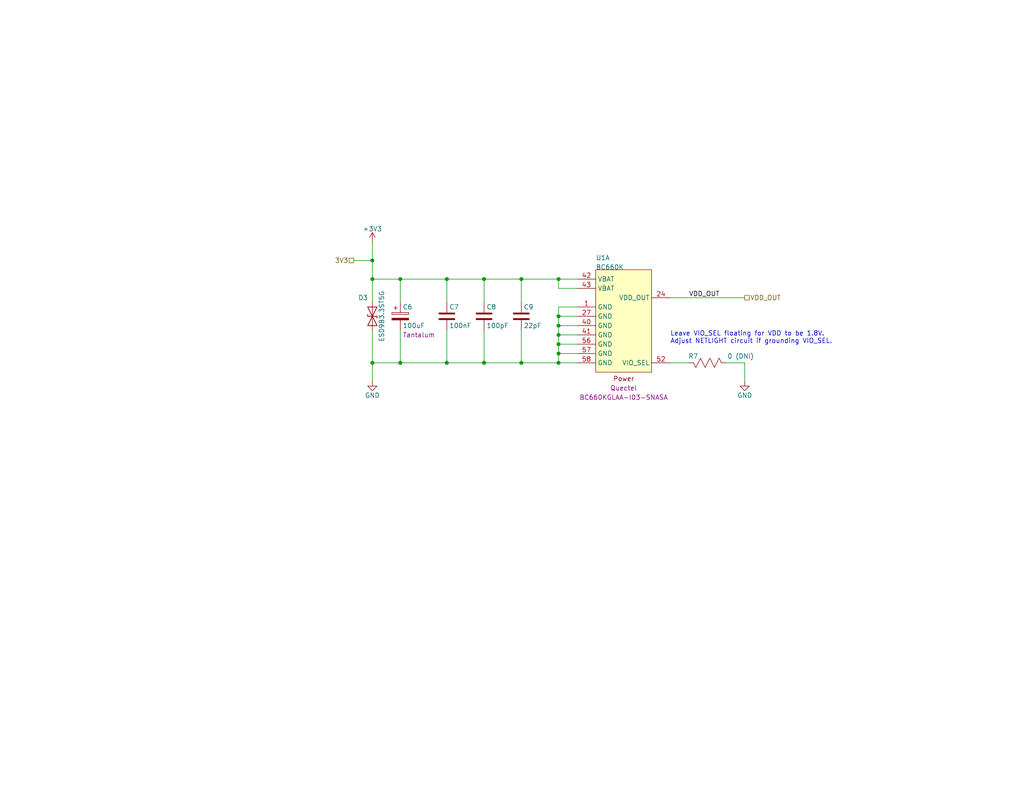
<source format=kicad_sch>
(kicad_sch (version 20211123) (generator eeschema)

  (uuid 77bfbeab-2c22-4bcd-859a-520f76075862)

  (paper "USLetter")

  (title_block
    (title "BC660K Breakout Board (Power Supply)")
    (date "2022-10-31")
    (rev "X01")
    (company "By AxioPaladin")
    (comment 1 "CERN-OHL-W")
  )

  (lib_symbols
    (symbol "Device:C" (pin_numbers hide) (pin_names (offset 0.254)) (in_bom yes) (on_board yes)
      (property "Reference" "C" (id 0) (at 0.635 2.54 0)
        (effects (font (size 1.27 1.27)) (justify left))
      )
      (property "Value" "C" (id 1) (at 0.635 -2.54 0)
        (effects (font (size 1.27 1.27)) (justify left))
      )
      (property "Footprint" "" (id 2) (at 0.9652 -3.81 0)
        (effects (font (size 1.27 1.27)) hide)
      )
      (property "Datasheet" "~" (id 3) (at 0 0 0)
        (effects (font (size 1.27 1.27)) hide)
      )
      (property "ki_keywords" "cap capacitor" (id 4) (at 0 0 0)
        (effects (font (size 1.27 1.27)) hide)
      )
      (property "ki_description" "Unpolarized capacitor" (id 5) (at 0 0 0)
        (effects (font (size 1.27 1.27)) hide)
      )
      (property "ki_fp_filters" "C_*" (id 6) (at 0 0 0)
        (effects (font (size 1.27 1.27)) hide)
      )
      (symbol "C_0_1"
        (polyline
          (pts
            (xy -2.032 -0.762)
            (xy 2.032 -0.762)
          )
          (stroke (width 0.508) (type default) (color 0 0 0 0))
          (fill (type none))
        )
        (polyline
          (pts
            (xy -2.032 0.762)
            (xy 2.032 0.762)
          )
          (stroke (width 0.508) (type default) (color 0 0 0 0))
          (fill (type none))
        )
      )
      (symbol "C_1_1"
        (pin passive line (at 0 3.81 270) (length 2.794)
          (name "~" (effects (font (size 1.27 1.27))))
          (number "1" (effects (font (size 1.27 1.27))))
        )
        (pin passive line (at 0 -3.81 90) (length 2.794)
          (name "~" (effects (font (size 1.27 1.27))))
          (number "2" (effects (font (size 1.27 1.27))))
        )
      )
    )
    (symbol "Device:C_Polarized" (pin_numbers hide) (pin_names (offset 0.254)) (in_bom yes) (on_board yes)
      (property "Reference" "C" (id 0) (at 0.635 2.54 0)
        (effects (font (size 1.27 1.27)) (justify left))
      )
      (property "Value" "C_Polarized" (id 1) (at 0.635 -2.54 0)
        (effects (font (size 1.27 1.27)) (justify left))
      )
      (property "Footprint" "" (id 2) (at 0.9652 -3.81 0)
        (effects (font (size 1.27 1.27)) hide)
      )
      (property "Datasheet" "~" (id 3) (at 0 0 0)
        (effects (font (size 1.27 1.27)) hide)
      )
      (property "ki_keywords" "cap capacitor" (id 4) (at 0 0 0)
        (effects (font (size 1.27 1.27)) hide)
      )
      (property "ki_description" "Polarized capacitor" (id 5) (at 0 0 0)
        (effects (font (size 1.27 1.27)) hide)
      )
      (property "ki_fp_filters" "CP_*" (id 6) (at 0 0 0)
        (effects (font (size 1.27 1.27)) hide)
      )
      (symbol "C_Polarized_0_1"
        (rectangle (start -2.286 0.508) (end 2.286 1.016)
          (stroke (width 0) (type default) (color 0 0 0 0))
          (fill (type none))
        )
        (polyline
          (pts
            (xy -1.778 2.286)
            (xy -0.762 2.286)
          )
          (stroke (width 0) (type default) (color 0 0 0 0))
          (fill (type none))
        )
        (polyline
          (pts
            (xy -1.27 2.794)
            (xy -1.27 1.778)
          )
          (stroke (width 0) (type default) (color 0 0 0 0))
          (fill (type none))
        )
        (rectangle (start 2.286 -0.508) (end -2.286 -1.016)
          (stroke (width 0) (type default) (color 0 0 0 0))
          (fill (type outline))
        )
      )
      (symbol "C_Polarized_1_1"
        (pin passive line (at 0 3.81 270) (length 2.794)
          (name "~" (effects (font (size 1.27 1.27))))
          (number "1" (effects (font (size 1.27 1.27))))
        )
        (pin passive line (at 0 -3.81 90) (length 2.794)
          (name "~" (effects (font (size 1.27 1.27))))
          (number "2" (effects (font (size 1.27 1.27))))
        )
      )
    )
    (symbol "Device:R" (pin_numbers hide) (pin_names (offset 0)) (in_bom yes) (on_board yes)
      (property "Reference" "R?" (id 0) (at 2.54 3.81 0)
        (effects (font (size 1.27 1.27)))
      )
      (property "Value" "R" (id 1) (at 2.54 1.27 0)
        (effects (font (size 1.27 1.27)))
      )
      (property "Footprint" "" (id 2) (at -1.778 0 90)
        (effects (font (size 1.27 1.27)) hide)
      )
      (property "Datasheet" "~" (id 3) (at 0 0 0)
        (effects (font (size 1.27 1.27)) hide)
      )
      (property "ki_keywords" "R res resistor" (id 4) (at 0 0 0)
        (effects (font (size 1.27 1.27)) hide)
      )
      (property "ki_description" "Resistor" (id 5) (at 0 0 0)
        (effects (font (size 1.27 1.27)) hide)
      )
      (property "ki_fp_filters" "R_*" (id 6) (at 0 0 0)
        (effects (font (size 1.27 1.27)) hide)
      )
      (symbol "R_0_1"
        (rectangle (start -1.016 3.81) (end 1.016 -3.81)
          (stroke (width 0.254) (type default) (color 0 0 0 0))
          (fill (type none))
        )
      )
      (symbol "R_0_2"
        (polyline
          (pts
            (xy 0 3.81)
            (xy -1.27 3.175)
            (xy 1.27 1.905)
            (xy -1.27 0.635)
            (xy 1.27 -0.635)
            (xy -1.27 -1.905)
            (xy 1.27 -3.175)
            (xy 0 -3.81)
          )
          (stroke (width 0) (type default) (color 0 0 0 0))
          (fill (type none))
        )
      )
      (symbol "R_1_1"
        (pin passive line (at 0 5.08 270) (length 1.27)
          (name "~" (effects (font (size 1.27 1.27))))
          (number "1" (effects (font (size 1.27 1.27))))
        )
        (pin passive line (at 0 -5.08 90) (length 1.27)
          (name "~" (effects (font (size 1.27 1.27))))
          (number "2" (effects (font (size 1.27 1.27))))
        )
      )
      (symbol "R_1_2"
        (pin passive line (at 0 5.08 270) (length 1.27)
          (name "~" (effects (font (size 1.27 1.27))))
          (number "1" (effects (font (size 1.27 1.27))))
        )
        (pin passive line (at 0 -5.08 90) (length 1.27)
          (name "~" (effects (font (size 1.27 1.27))))
          (number "2" (effects (font (size 1.27 1.27))))
        )
      )
    )
    (symbol "Diode:ESD9B3.3ST5G" (pin_numbers hide) (pin_names (offset 1.016) hide) (in_bom yes) (on_board yes)
      (property "Reference" "D" (id 0) (at 0 2.54 0)
        (effects (font (size 1.27 1.27)))
      )
      (property "Value" "ESD9B3.3ST5G" (id 1) (at 0 -2.54 0)
        (effects (font (size 1.27 1.27)))
      )
      (property "Footprint" "Diode_SMD:D_SOD-923" (id 2) (at 0 0 0)
        (effects (font (size 1.27 1.27)) hide)
      )
      (property "Datasheet" "https://www.onsemi.com/pub/Collateral/ESD9B-D.PDF" (id 3) (at 0 0 0)
        (effects (font (size 1.27 1.27)) hide)
      )
      (property "ki_keywords" "diode TVS ESD" (id 4) (at 0 0 0)
        (effects (font (size 1.27 1.27)) hide)
      )
      (property "ki_description" "ESD protection diode, 3.3Vrwm, SOD-923" (id 5) (at 0 0 0)
        (effects (font (size 1.27 1.27)) hide)
      )
      (property "ki_fp_filters" "D*SOD?923*" (id 6) (at 0 0 0)
        (effects (font (size 1.27 1.27)) hide)
      )
      (symbol "ESD9B3.3ST5G_0_1"
        (polyline
          (pts
            (xy 1.27 0)
            (xy -1.27 0)
          )
          (stroke (width 0) (type default) (color 0 0 0 0))
          (fill (type none))
        )
        (polyline
          (pts
            (xy -2.54 -1.27)
            (xy 0 0)
            (xy -2.54 1.27)
            (xy -2.54 -1.27)
          )
          (stroke (width 0.2032) (type default) (color 0 0 0 0))
          (fill (type none))
        )
        (polyline
          (pts
            (xy 0.508 1.27)
            (xy 0 1.27)
            (xy 0 -1.27)
            (xy -0.508 -1.27)
          )
          (stroke (width 0.2032) (type default) (color 0 0 0 0))
          (fill (type none))
        )
        (polyline
          (pts
            (xy 2.54 1.27)
            (xy 2.54 -1.27)
            (xy 0 0)
            (xy 2.54 1.27)
          )
          (stroke (width 0.2032) (type default) (color 0 0 0 0))
          (fill (type none))
        )
      )
      (symbol "ESD9B3.3ST5G_1_1"
        (pin passive line (at -3.81 0 0) (length 2.54)
          (name "A1" (effects (font (size 1.27 1.27))))
          (number "1" (effects (font (size 1.27 1.27))))
        )
        (pin passive line (at 3.81 0 180) (length 2.54)
          (name "A2" (effects (font (size 1.27 1.27))))
          (number "2" (effects (font (size 1.27 1.27))))
        )
      )
    )
    (symbol "RF_Cellular:BC660K" (in_bom yes) (on_board yes)
      (property "Reference" "U?" (id 0) (at 5.08 2.54 0)
        (effects (font (size 1.27 1.27)) (justify left bottom))
      )
      (property "Value" "BC660K" (id 1) (at 5.08 0 0)
        (effects (font (size 1.27 1.27)) (justify left bottom))
      )
      (property "Footprint" "" (id 2) (at 0 0 0)
        (effects (font (size 1.27 1.27)) hide)
      )
      (property "Datasheet" "https://www.quectel.com/product/lpwa-bc660k-gl-nb2" (id 3) (at -2.54 -17.78 90)
        (effects (font (size 1.27 1.27)) hide)
      )
      (property "Manufacturer 1" "Quectel" (id 4) (at 12.7 -33.02 0)
        (effects (font (size 1.27 1.27)) (justify bottom))
      )
      (property "Manufacturer Part Number 1" "BC660KGLAA-I03-SNASA" (id 5) (at 12.7 -35.56 0)
        (effects (font (size 1.27 1.27)) (justify bottom))
      )
      (property "ki_locked" "" (id 6) (at 0 0 0)
        (effects (font (size 1.27 1.27)))
      )
      (property "ki_description" "Cellular LTE Transceiver Module, Surface Mount" (id 7) (at 0 0 0)
        (effects (font (size 1.27 1.27)) hide)
      )
      (symbol "BC660K_1_0"
        (text "Power" (at 12.7 -30.48 0)
          (effects (font (size 1.27 1.27)) (justify bottom))
        )
      )
      (symbol "BC660K_1_1"
        (rectangle (start 5.08 0) (end 20.32 -27.94)
          (stroke (width 0) (type default) (color 0 0 0 0))
          (fill (type background))
        )
        (pin passive line (at 0 -10.16 0) (length 5.08)
          (name "GND" (effects (font (size 1.27 1.27))))
          (number "1" (effects (font (size 1.27 1.27))))
        )
        (pin passive line (at 25.4 -7.62 180) (length 5.08)
          (name "VDD_OUT" (effects (font (size 1.27 1.27))))
          (number "24" (effects (font (size 1.27 1.27))))
        )
        (pin passive line (at 0 -12.7 0) (length 5.08)
          (name "GND" (effects (font (size 1.27 1.27))))
          (number "27" (effects (font (size 1.27 1.27))))
        )
        (pin passive line (at 0 -15.24 0) (length 5.08)
          (name "GND" (effects (font (size 1.27 1.27))))
          (number "40" (effects (font (size 1.27 1.27))))
        )
        (pin passive line (at 0 -17.78 0) (length 5.08)
          (name "GND" (effects (font (size 1.27 1.27))))
          (number "41" (effects (font (size 1.27 1.27))))
        )
        (pin passive line (at 0 -2.54 0) (length 5.08)
          (name "VBAT" (effects (font (size 1.27 1.27))))
          (number "42" (effects (font (size 1.27 1.27))))
        )
        (pin passive line (at 0 -5.08 0) (length 5.08)
          (name "VBAT" (effects (font (size 1.27 1.27))))
          (number "43" (effects (font (size 1.27 1.27))))
        )
        (pin passive line (at 25.4 -25.4 180) (length 5.08)
          (name "VIO_SEL" (effects (font (size 1.27 1.27))))
          (number "52" (effects (font (size 1.27 1.27))))
        )
        (pin passive line (at 0 -20.32 0) (length 5.08)
          (name "GND" (effects (font (size 1.27 1.27))))
          (number "56" (effects (font (size 1.27 1.27))))
        )
        (pin passive line (at 0 -22.86 0) (length 5.08)
          (name "GND" (effects (font (size 1.27 1.27))))
          (number "57" (effects (font (size 1.27 1.27))))
        )
        (pin passive line (at 0 -25.4 0) (length 5.08)
          (name "GND" (effects (font (size 1.27 1.27))))
          (number "58" (effects (font (size 1.27 1.27))))
        )
      )
      (symbol "BC660K_2_0"
        (rectangle (start 5.08 0) (end 20.32 -20.32)
          (stroke (width 0) (type default) (color 0 0 0 0))
          (fill (type background))
        )
        (text "UARTs" (at 12.7 -22.86 0)
          (effects (font (size 1.27 1.27)) (justify bottom))
        )
      )
      (symbol "BC660K_2_1"
        (pin passive line (at 0 -2.54 0) (length 5.08)
          (name "MAIN_TXD" (effects (font (size 1.27 1.27))))
          (number "17" (effects (font (size 1.27 1.27))))
        )
        (pin passive line (at 0 -5.08 0) (length 5.08)
          (name "MAIN_RXD" (effects (font (size 1.27 1.27))))
          (number "18" (effects (font (size 1.27 1.27))))
        )
        (pin passive line (at 0 -10.16 0) (length 5.08)
          (name "RI" (effects (font (size 1.27 1.27))))
          (number "20" (effects (font (size 1.27 1.27))))
        )
        (pin passive line (at 0 -15.24 0) (length 5.08)
          (name "DBG_RXD" (effects (font (size 1.27 1.27))))
          (number "38" (effects (font (size 1.27 1.27))))
        )
        (pin passive line (at 0 -17.78 0) (length 5.08)
          (name "DBG_TXD" (effects (font (size 1.27 1.27))))
          (number "39" (effects (font (size 1.27 1.27))))
        )
      )
      (symbol "BC660K_3_0"
        (rectangle (start 5.08 0) (end 20.32 -15.24)
          (stroke (width 0) (type default) (color 0 0 0 0))
          (fill (type background))
        )
        (text "USIM" (at 12.7 -17.78 0)
          (effects (font (size 1.27 1.27)) (justify bottom))
        )
      )
      (symbol "BC660K_3_1"
        (pin passive line (at 0 -12.7 0) (length 5.08)
          (name "USIM_GND" (effects (font (size 1.27 1.27))))
          (number "10" (effects (font (size 1.27 1.27))))
        )
        (pin passive line (at 0 -10.16 0) (length 5.08)
          (name "USIM_DATA" (effects (font (size 1.27 1.27))))
          (number "11" (effects (font (size 1.27 1.27))))
        )
        (pin passive line (at 0 -7.62 0) (length 5.08)
          (name "USIM_RST" (effects (font (size 1.27 1.27))))
          (number "12" (effects (font (size 1.27 1.27))))
        )
        (pin passive line (at 0 -5.08 0) (length 5.08)
          (name "USIM_CLK" (effects (font (size 1.27 1.27))))
          (number "13" (effects (font (size 1.27 1.27))))
        )
        (pin passive line (at 0 -2.54 0) (length 5.08)
          (name "USIM_VDD" (effects (font (size 1.27 1.27))))
          (number "14" (effects (font (size 1.27 1.27))))
        )
      )
      (symbol "BC660K_4_0"
        (rectangle (start 5.08 0) (end 15.24 -15.24)
          (stroke (width 0) (type default) (color 0 0 0 0))
          (fill (type background))
        )
        (text "READ LAYOUT APP NOTE" (at 10.16 -20.32 0)
          (effects (font (size 1.27 1.27)) (justify bottom))
        )
        (text "RF/Antenna" (at 10.16 -17.78 0)
          (effects (font (size 1.27 1.27)) (justify bottom))
        )
      )
      (symbol "BC660K_4_1"
        (pin passive line (at 0 -7.62 0) (length 5.08)
          (name "GND" (effects (font (size 1.27 1.27))))
          (number "34" (effects (font (size 1.27 1.27))))
        )
        (pin passive line (at 0 -2.54 0) (length 5.08)
          (name "ANT_RF" (effects (font (size 1.27 1.27))))
          (number "35" (effects (font (size 1.27 1.27))))
        )
        (pin passive line (at 0 -10.16 0) (length 5.08)
          (name "GND" (effects (font (size 1.27 1.27))))
          (number "36" (effects (font (size 1.27 1.27))))
        )
        (pin passive line (at 0 -12.7 0) (length 5.08)
          (name "GND" (effects (font (size 1.27 1.27))))
          (number "37" (effects (font (size 1.27 1.27))))
        )
      )
      (symbol "BC660K_5_0"
        (rectangle (start 5.08 0) (end 15.24 -25.4)
          (stroke (width 0) (type default) (color 0 0 0 0))
          (fill (type background))
        )
        (text "Generic I/O" (at 10.16 -27.94 0)
          (effects (font (size 1.27 1.27)) (justify bottom))
        )
      )
      (symbol "BC660K_5_1"
        (pin passive line (at 0 -2.54 0) (length 5.08)
          (name "GPIO1" (effects (font (size 1.27 1.27))))
          (number "3" (effects (font (size 1.27 1.27))))
        )
        (pin passive line (at 0 -5.08 0) (length 5.08)
          (name "GPIO2" (effects (font (size 1.27 1.27))))
          (number "4" (effects (font (size 1.27 1.27))))
        )
        (pin passive line (at 0 -7.62 0) (length 5.08)
          (name "GPIO3" (effects (font (size 1.27 1.27))))
          (number "5" (effects (font (size 1.27 1.27))))
        )
        (pin passive line (at 0 -20.32 0) (length 5.08)
          (name "GRFC1*" (effects (font (size 1.27 1.27))))
          (number "54" (effects (font (size 1.27 1.27))))
        )
        (pin passive line (at 0 -22.86 0) (length 5.08)
          (name "GRFC2*" (effects (font (size 1.27 1.27))))
          (number "55" (effects (font (size 1.27 1.27))))
        )
        (pin passive line (at 0 -10.16 0) (length 5.08)
          (name "GPIO4" (effects (font (size 1.27 1.27))))
          (number "6" (effects (font (size 1.27 1.27))))
        )
        (pin passive line (at 0 -15.24 0) (length 5.08)
          (name "ADC0" (effects (font (size 1.27 1.27))))
          (number "9" (effects (font (size 1.27 1.27))))
        )
      )
      (symbol "BC660K_6_0"
        (text "Configuration" (at 12.7 -15.24 0)
          (effects (font (size 1.27 1.27)) (justify bottom))
        )
      )
      (symbol "BC660K_6_1"
        (rectangle (start 5.08 0) (end 20.32 -12.7)
          (stroke (width 0) (type default) (color 0 0 0 0))
          (fill (type background))
        )
        (pin passive line (at 0 -5.08 0) (length 5.08)
          (name "RESET_N" (effects (font (size 1.27 1.27))))
          (number "15" (effects (font (size 1.27 1.27))))
        )
        (pin passive line (at 25.4 -10.16 180) (length 5.08)
          (name "NETLIGHT*" (effects (font (size 1.27 1.27))))
          (number "16" (effects (font (size 1.27 1.27))))
        )
        (pin passive line (at 0 -7.62 0) (length 5.08)
          (name "PSM_EINT" (effects (font (size 1.27 1.27))))
          (number "19" (effects (font (size 1.27 1.27))))
        )
        (pin passive line (at 0 -2.54 0) (length 5.08)
          (name "BOOT" (effects (font (size 1.27 1.27))))
          (number "7" (effects (font (size 1.27 1.27))))
        )
      )
    )
    (symbol "power:+3V3" (power) (pin_names (offset 0)) (in_bom yes) (on_board yes)
      (property "Reference" "#PWR" (id 0) (at 0 -3.81 0)
        (effects (font (size 1.27 1.27)) hide)
      )
      (property "Value" "+3V3" (id 1) (at 0 3.556 0)
        (effects (font (size 1.27 1.27)))
      )
      (property "Footprint" "" (id 2) (at 0 0 0)
        (effects (font (size 1.27 1.27)) hide)
      )
      (property "Datasheet" "" (id 3) (at 0 0 0)
        (effects (font (size 1.27 1.27)) hide)
      )
      (property "ki_keywords" "power-flag" (id 4) (at 0 0 0)
        (effects (font (size 1.27 1.27)) hide)
      )
      (property "ki_description" "Power symbol creates a global label with name \"+3V3\"" (id 5) (at 0 0 0)
        (effects (font (size 1.27 1.27)) hide)
      )
      (symbol "+3V3_0_1"
        (polyline
          (pts
            (xy -0.762 1.27)
            (xy 0 2.54)
          )
          (stroke (width 0) (type default) (color 0 0 0 0))
          (fill (type none))
        )
        (polyline
          (pts
            (xy 0 0)
            (xy 0 2.54)
          )
          (stroke (width 0) (type default) (color 0 0 0 0))
          (fill (type none))
        )
        (polyline
          (pts
            (xy 0 2.54)
            (xy 0.762 1.27)
          )
          (stroke (width 0) (type default) (color 0 0 0 0))
          (fill (type none))
        )
      )
      (symbol "+3V3_1_1"
        (pin power_in line (at 0 0 90) (length 0) hide
          (name "+3V3" (effects (font (size 1.27 1.27))))
          (number "1" (effects (font (size 1.27 1.27))))
        )
      )
    )
    (symbol "power:GND" (power) (pin_names (offset 0)) (in_bom yes) (on_board yes)
      (property "Reference" "#PWR" (id 0) (at 0 -6.35 0)
        (effects (font (size 1.27 1.27)) hide)
      )
      (property "Value" "GND" (id 1) (at 0 -3.81 0)
        (effects (font (size 1.27 1.27)))
      )
      (property "Footprint" "" (id 2) (at 0 0 0)
        (effects (font (size 1.27 1.27)) hide)
      )
      (property "Datasheet" "" (id 3) (at 0 0 0)
        (effects (font (size 1.27 1.27)) hide)
      )
      (property "ki_keywords" "power-flag" (id 4) (at 0 0 0)
        (effects (font (size 1.27 1.27)) hide)
      )
      (property "ki_description" "Power symbol creates a global label with name \"GND\" , ground" (id 5) (at 0 0 0)
        (effects (font (size 1.27 1.27)) hide)
      )
      (symbol "GND_0_1"
        (polyline
          (pts
            (xy 0 0)
            (xy 0 -1.27)
            (xy 1.27 -1.27)
            (xy 0 -2.54)
            (xy -1.27 -1.27)
            (xy 0 -1.27)
          )
          (stroke (width 0) (type default) (color 0 0 0 0))
          (fill (type none))
        )
      )
      (symbol "GND_1_1"
        (pin power_in line (at 0 0 270) (length 0) hide
          (name "GND" (effects (font (size 1.27 1.27))))
          (number "1" (effects (font (size 1.27 1.27))))
        )
      )
    )
  )

  (junction (at 109.22 76.2) (diameter 0) (color 0 0 0 0)
    (uuid 0317cbd2-25dd-4e7b-85ad-95cb05ff444a)
  )
  (junction (at 142.24 99.06) (diameter 0) (color 0 0 0 0)
    (uuid 10180bbb-83d0-4316-8772-337fdeaa28db)
  )
  (junction (at 121.92 76.2) (diameter 0) (color 0 0 0 0)
    (uuid 1f13dc49-4396-41a3-80d4-4ea4c1b12ad7)
  )
  (junction (at 132.08 76.2) (diameter 0) (color 0 0 0 0)
    (uuid 24f8e6ae-33b6-4d85-851e-bfa0d571ccf9)
  )
  (junction (at 101.6 71.12) (diameter 0) (color 0 0 0 0)
    (uuid 2e464b8a-33ee-42f2-90ad-8170450d4ab1)
  )
  (junction (at 121.92 99.06) (diameter 0) (color 0 0 0 0)
    (uuid 31cdde4f-5d5e-4743-93ba-7c0ccc04302c)
  )
  (junction (at 152.4 91.44) (diameter 0) (color 0 0 0 0)
    (uuid 39851da2-0287-4feb-a9c3-d438a14db96d)
  )
  (junction (at 142.24 76.2) (diameter 0) (color 0 0 0 0)
    (uuid 458be504-774e-43f6-99ab-e7935a5fb3a2)
  )
  (junction (at 152.4 99.06) (diameter 0) (color 0 0 0 0)
    (uuid 494855b0-2141-4cb2-a64e-cb4e3be51599)
  )
  (junction (at 101.6 76.2) (diameter 0) (color 0 0 0 0)
    (uuid 5c10761a-beb4-4f5b-b3a2-3f5bef74f178)
  )
  (junction (at 132.08 99.06) (diameter 0) (color 0 0 0 0)
    (uuid 79e44a30-ebd2-4168-b824-f21ea52ea780)
  )
  (junction (at 109.22 99.06) (diameter 0) (color 0 0 0 0)
    (uuid 8590a915-ccc7-4a69-a72d-3678bbeb4b6f)
  )
  (junction (at 152.4 93.98) (diameter 0) (color 0 0 0 0)
    (uuid 93cec780-dc34-4c4b-a36e-947c8a22d832)
  )
  (junction (at 152.4 86.36) (diameter 0) (color 0 0 0 0)
    (uuid 95e4f23d-8001-4dd7-aa5b-94e22b691b7a)
  )
  (junction (at 101.6 99.06) (diameter 0) (color 0 0 0 0)
    (uuid cd73ae2a-b89e-40b4-b3ab-2e3cda70d456)
  )
  (junction (at 152.4 88.9) (diameter 0) (color 0 0 0 0)
    (uuid d938cf15-564a-4af8-8b8f-32d561a1a377)
  )
  (junction (at 152.4 76.2) (diameter 0) (color 0 0 0 0)
    (uuid f44ca761-10d7-4de3-b8c6-3aa91359ecd4)
  )
  (junction (at 152.4 96.52) (diameter 0) (color 0 0 0 0)
    (uuid f833c4c9-3053-44b5-8720-17ae366220d8)
  )

  (wire (pts (xy 152.4 78.74) (xy 152.4 76.2))
    (stroke (width 0) (type default) (color 0 0 0 0))
    (uuid 0cdc3462-ba6d-42b8-b3aa-93799f7ee8a8)
  )
  (wire (pts (xy 157.48 76.2) (xy 152.4 76.2))
    (stroke (width 0) (type default) (color 0 0 0 0))
    (uuid 12b47a71-0ac8-4614-9c54-426a6d71a481)
  )
  (wire (pts (xy 101.6 90.17) (xy 101.6 99.06))
    (stroke (width 0) (type default) (color 0 0 0 0))
    (uuid 17662a4b-b730-411b-aca1-963edf9183c6)
  )
  (wire (pts (xy 101.6 99.06) (xy 101.6 104.14))
    (stroke (width 0) (type default) (color 0 0 0 0))
    (uuid 17eefa98-24ce-499e-8ed7-9dfe122879ba)
  )
  (wire (pts (xy 152.4 93.98) (xy 157.48 93.98))
    (stroke (width 0) (type default) (color 0 0 0 0))
    (uuid 186c479c-06b7-4b17-aef6-23cf9194ae66)
  )
  (wire (pts (xy 152.4 93.98) (xy 152.4 91.44))
    (stroke (width 0) (type default) (color 0 0 0 0))
    (uuid 2119370b-54e7-46ce-a121-7debfd2d99c5)
  )
  (wire (pts (xy 157.48 78.74) (xy 152.4 78.74))
    (stroke (width 0) (type default) (color 0 0 0 0))
    (uuid 22faf9ff-dc4b-43e6-a448-29ed25884535)
  )
  (wire (pts (xy 109.22 90.17) (xy 109.22 99.06))
    (stroke (width 0) (type default) (color 0 0 0 0))
    (uuid 24545603-3b1a-4112-8168-46c1457d324c)
  )
  (wire (pts (xy 182.88 81.28) (xy 203.2 81.28))
    (stroke (width 0) (type default) (color 0 0 0 0))
    (uuid 26eb0939-9f3a-4b8b-bd79-03d45538cdb7)
  )
  (wire (pts (xy 152.4 83.82) (xy 157.48 83.82))
    (stroke (width 0) (type default) (color 0 0 0 0))
    (uuid 27d83959-24ee-4407-9acb-f1d50d887bd7)
  )
  (wire (pts (xy 142.24 99.06) (xy 152.4 99.06))
    (stroke (width 0) (type default) (color 0 0 0 0))
    (uuid 2a193013-f1d5-497e-b8fd-df75ac4b4f26)
  )
  (wire (pts (xy 132.08 99.06) (xy 132.08 90.17))
    (stroke (width 0) (type default) (color 0 0 0 0))
    (uuid 2f811e8f-c5d5-49f2-b4f5-9810e7a6ba62)
  )
  (wire (pts (xy 142.24 76.2) (xy 142.24 82.55))
    (stroke (width 0) (type default) (color 0 0 0 0))
    (uuid 30f6246c-1199-46cf-9c06-f651c22e5b17)
  )
  (wire (pts (xy 142.24 99.06) (xy 142.24 90.17))
    (stroke (width 0) (type default) (color 0 0 0 0))
    (uuid 38379cf4-58d9-41c9-a930-661047790136)
  )
  (wire (pts (xy 121.92 90.17) (xy 121.92 99.06))
    (stroke (width 0) (type default) (color 0 0 0 0))
    (uuid 41d836cb-3212-440d-9cde-ce74bd9ec5a4)
  )
  (wire (pts (xy 152.4 91.44) (xy 157.48 91.44))
    (stroke (width 0) (type default) (color 0 0 0 0))
    (uuid 50da498d-bac8-4bd4-bbb4-8a63024cc71e)
  )
  (wire (pts (xy 198.12 99.06) (xy 203.2 99.06))
    (stroke (width 0) (type default) (color 0 0 0 0))
    (uuid 5fd31060-9069-4792-ae01-69c307c23112)
  )
  (wire (pts (xy 109.22 76.2) (xy 109.22 82.55))
    (stroke (width 0) (type default) (color 0 0 0 0))
    (uuid 6a7c03c7-dd3c-4ff4-bde0-2ee1fd9578ad)
  )
  (wire (pts (xy 203.2 99.06) (xy 203.2 104.14))
    (stroke (width 0) (type default) (color 0 0 0 0))
    (uuid 6ad2e0b5-65f6-47c6-9de5-b95edb5a4e19)
  )
  (wire (pts (xy 101.6 76.2) (xy 101.6 71.12))
    (stroke (width 0) (type default) (color 0 0 0 0))
    (uuid 6c38feae-42e3-49b5-97d2-83138921829c)
  )
  (wire (pts (xy 152.4 96.52) (xy 157.48 96.52))
    (stroke (width 0) (type default) (color 0 0 0 0))
    (uuid 6eedfc9d-f540-4bc6-9b84-5c1d457673fe)
  )
  (wire (pts (xy 152.4 86.36) (xy 157.48 86.36))
    (stroke (width 0) (type default) (color 0 0 0 0))
    (uuid 78279f8a-a5df-493f-9e0e-57f146b7739e)
  )
  (wire (pts (xy 152.4 99.06) (xy 157.48 99.06))
    (stroke (width 0) (type default) (color 0 0 0 0))
    (uuid 810bb873-de70-47c4-be5f-849384ca0113)
  )
  (wire (pts (xy 132.08 76.2) (xy 132.08 82.55))
    (stroke (width 0) (type default) (color 0 0 0 0))
    (uuid 8189badd-de1d-4e80-950a-b353e9b6201b)
  )
  (wire (pts (xy 152.4 76.2) (xy 142.24 76.2))
    (stroke (width 0) (type default) (color 0 0 0 0))
    (uuid 8de4e591-d884-4fb6-9643-5a27f8010095)
  )
  (wire (pts (xy 121.92 99.06) (xy 132.08 99.06))
    (stroke (width 0) (type default) (color 0 0 0 0))
    (uuid a6e9874d-ee7d-460e-af32-e71e9452da13)
  )
  (wire (pts (xy 101.6 71.12) (xy 101.6 66.04))
    (stroke (width 0) (type default) (color 0 0 0 0))
    (uuid a82b2eb9-c04b-4a66-9034-9e4e3b3d19de)
  )
  (wire (pts (xy 101.6 76.2) (xy 101.6 82.55))
    (stroke (width 0) (type default) (color 0 0 0 0))
    (uuid ac00aefc-beaa-47c9-9dd0-a7cb50d1b890)
  )
  (wire (pts (xy 132.08 99.06) (xy 142.24 99.06))
    (stroke (width 0) (type default) (color 0 0 0 0))
    (uuid af29641c-deaf-4e24-a7c3-f17fe7f67ab4)
  )
  (wire (pts (xy 152.4 88.9) (xy 157.48 88.9))
    (stroke (width 0) (type default) (color 0 0 0 0))
    (uuid b29b4708-5cd4-489d-9a6c-5d823cb8e9b9)
  )
  (wire (pts (xy 121.92 76.2) (xy 109.22 76.2))
    (stroke (width 0) (type default) (color 0 0 0 0))
    (uuid b44eb9af-0240-4d8c-846c-11a84e6c8850)
  )
  (wire (pts (xy 109.22 76.2) (xy 101.6 76.2))
    (stroke (width 0) (type default) (color 0 0 0 0))
    (uuid bc14d7b7-fbed-4c7a-9aff-29e9d58151ea)
  )
  (wire (pts (xy 152.4 86.36) (xy 152.4 83.82))
    (stroke (width 0) (type default) (color 0 0 0 0))
    (uuid bc973cde-5165-4b4d-8725-45781d420469)
  )
  (wire (pts (xy 152.4 96.52) (xy 152.4 93.98))
    (stroke (width 0) (type default) (color 0 0 0 0))
    (uuid c0640378-9141-46ca-8bf3-fa764a76bf5f)
  )
  (wire (pts (xy 96.52 71.12) (xy 101.6 71.12))
    (stroke (width 0) (type default) (color 0 0 0 0))
    (uuid cd0eaffb-28e0-4b5c-9ba6-5c7715595abd)
  )
  (wire (pts (xy 121.92 76.2) (xy 121.92 82.55))
    (stroke (width 0) (type default) (color 0 0 0 0))
    (uuid d14dc33f-0910-405d-9a46-45a3c89b342d)
  )
  (wire (pts (xy 182.88 99.06) (xy 187.96 99.06))
    (stroke (width 0) (type default) (color 0 0 0 0))
    (uuid d463726f-58d7-4cbc-b2d5-ad92c542de40)
  )
  (wire (pts (xy 152.4 99.06) (xy 152.4 96.52))
    (stroke (width 0) (type default) (color 0 0 0 0))
    (uuid d741f374-c7c9-44fa-a731-c5ec4d19b788)
  )
  (wire (pts (xy 132.08 76.2) (xy 121.92 76.2))
    (stroke (width 0) (type default) (color 0 0 0 0))
    (uuid e3f1c3fb-2186-45bd-a921-31f897e2341b)
  )
  (wire (pts (xy 101.6 99.06) (xy 109.22 99.06))
    (stroke (width 0) (type default) (color 0 0 0 0))
    (uuid e621b066-31e8-4a72-a2ea-540962ed3ebf)
  )
  (wire (pts (xy 109.22 99.06) (xy 121.92 99.06))
    (stroke (width 0) (type default) (color 0 0 0 0))
    (uuid e7ed0caf-6be7-47c7-8ffb-fb3b109dece5)
  )
  (wire (pts (xy 152.4 88.9) (xy 152.4 86.36))
    (stroke (width 0) (type default) (color 0 0 0 0))
    (uuid e8a7dd25-ef05-4fcf-9d0f-1256f0c8ad82)
  )
  (wire (pts (xy 152.4 91.44) (xy 152.4 88.9))
    (stroke (width 0) (type default) (color 0 0 0 0))
    (uuid f28859f5-a746-4d3b-849a-7b399f700851)
  )
  (wire (pts (xy 142.24 76.2) (xy 132.08 76.2))
    (stroke (width 0) (type default) (color 0 0 0 0))
    (uuid fc1cba84-beff-4483-b8f3-9843f027611c)
  )

  (text "Leave VIO_SEL floating for VDD to be 1.8V.\nAdjust NETLIGHT circuit if grounding VIO_SEL."
    (at 182.88 93.98 0)
    (effects (font (size 1.27 1.27)) (justify left bottom))
    (uuid 9678c2a0-6822-4c6a-8047-5fa1f0a10e9b)
  )

  (label "VDD_OUT" (at 187.96 81.28 0)
    (effects (font (size 1.27 1.27)) (justify left bottom))
    (uuid 53e45c7c-32ac-4115-81f2-01aaa457d494)
  )

  (hierarchical_label "VDD_OUT" (shape passive) (at 203.2 81.28 0)
    (effects (font (size 1.27 1.27)) (justify left))
    (uuid 296f763b-074f-4800-93e2-a4a286736764)
  )
  (hierarchical_label "3V3" (shape passive) (at 96.52 71.12 180)
    (effects (font (size 1.27 1.27)) (justify right))
    (uuid 65c85931-dd35-414b-9827-a7767c56f59d)
  )

  (symbol (lib_id "power:GND") (at 101.6 104.14 0) (unit 1)
    (in_bom yes) (on_board yes)
    (uuid 0cb7af7b-f130-48c1-8b27-e029ae272ce9)
    (property "Reference" "#PWR011" (id 0) (at 101.6 110.49 0)
      (effects (font (size 1.27 1.27)) hide)
    )
    (property "Value" "GND" (id 1) (at 101.6 107.95 0))
    (property "Footprint" "" (id 2) (at 101.6 104.14 0)
      (effects (font (size 1.27 1.27)) hide)
    )
    (property "Datasheet" "" (id 3) (at 101.6 104.14 0)
      (effects (font (size 1.27 1.27)) hide)
    )
    (pin "1" (uuid 5eadf828-06e6-475d-93d4-c970bb4e4658))
  )

  (symbol (lib_id "Diode:ESD9B3.3ST5G") (at 101.6 86.36 90) (unit 1)
    (in_bom yes) (on_board yes)
    (uuid 1fe14fa5-838e-43a4-a9c8-a4d2c3bbead1)
    (property "Reference" "D3" (id 0) (at 99.06 81.28 90))
    (property "Value" "ESD9B3.3ST5G" (id 1) (at 104.14 86.36 0))
    (property "Footprint" "Diode_SMD:D_SOD-923" (id 2) (at 101.6 86.36 0)
      (effects (font (size 1.27 1.27)) hide)
    )
    (property "Datasheet" "https://www.onsemi.com/pub/Collateral/ESD9B-D.PDF" (id 3) (at 101.6 86.36 0)
      (effects (font (size 1.27 1.27)) hide)
    )
    (pin "1" (uuid fc3809db-b4f8-44ec-b6f6-339bb3c133e1))
    (pin "2" (uuid 3000f374-3fb1-4c82-a30b-10d306db082e))
  )

  (symbol (lib_id "Device:C") (at 121.92 86.36 0) (unit 1)
    (in_bom yes) (on_board yes)
    (uuid 252abf1e-906d-417f-875b-9898253a760b)
    (property "Reference" "C7" (id 0) (at 122.555 83.82 0)
      (effects (font (size 1.27 1.27)) (justify left))
    )
    (property "Value" "100nF" (id 1) (at 122.555 88.9 0)
      (effects (font (size 1.27 1.27)) (justify left))
    )
    (property "Footprint" "" (id 2) (at 122.8852 90.17 0)
      (effects (font (size 1.27 1.27)) hide)
    )
    (property "Datasheet" "~" (id 3) (at 121.92 86.36 0)
      (effects (font (size 1.27 1.27)) hide)
    )
    (pin "1" (uuid 7927e950-6865-46bf-ae73-5079e667a746))
    (pin "2" (uuid e5e62188-5981-4e9b-bfc2-25caa631e7e9))
  )

  (symbol (lib_id "RF_Cellular:BC660K") (at 157.48 73.66 0) (unit 1)
    (in_bom yes) (on_board yes)
    (uuid 31371577-b247-41ab-ba04-b566e1496c0a)
    (property "Reference" "U1" (id 0) (at 162.56 71.12 0)
      (effects (font (size 1.27 1.27)) (justify left bottom))
    )
    (property "Value" "BC660K" (id 1) (at 162.56 73.66 0)
      (effects (font (size 1.27 1.27)) (justify left bottom))
    )
    (property "Footprint" "" (id 2) (at 157.48 73.66 0)
      (effects (font (size 1.27 1.27)) hide)
    )
    (property "Datasheet" "https://www.quectel.com/product/lpwa-bc660k-gl-nb2" (id 3) (at 154.94 91.44 90)
      (effects (font (size 1.27 1.27)) hide)
    )
    (property "Manufacturer 1" "Quectel" (id 4) (at 170.18 106.68 0)
      (effects (font (size 1.27 1.27)) (justify bottom))
    )
    (property "Manufacturer Part Number 1" "BC660KGLAA-I03-SNASA" (id 5) (at 170.18 109.22 0)
      (effects (font (size 1.27 1.27)) (justify bottom))
    )
    (pin "1" (uuid 4f09a80c-019f-4a3c-8107-3bad7f7a8648))
    (pin "24" (uuid 623d1e63-afe3-4902-8b9d-c3a0ef056c5d))
    (pin "27" (uuid 17f44f10-964b-4350-a69c-7deb1e82fb33))
    (pin "40" (uuid 20e6573d-68b3-4517-bf2f-35c165cc4091))
    (pin "41" (uuid cbcae115-047f-421a-bc90-0ecc6aef18f8))
    (pin "42" (uuid 64e12ceb-f7fd-48b9-b5b9-60b123f5b6a7))
    (pin "43" (uuid c058b5ef-a59b-4131-ad95-17a6fac72770))
    (pin "52" (uuid ea3e8244-16b4-4f8c-a34c-5e739dfeb12e))
    (pin "56" (uuid adc9237f-4b98-475b-8b72-cd8bb6f4de4a))
    (pin "57" (uuid c5cc1719-7a66-4cc6-83b9-ebdc801a7d3b))
    (pin "58" (uuid 2d1becec-33c0-4067-b18d-bbd9ce5ed302))
    (pin "17" (uuid 702d5bfb-a80d-445d-92a4-eabd25f6df6c))
    (pin "18" (uuid a8383c7d-07e2-4fdb-968e-0be9d7efcbcf))
    (pin "20" (uuid 5408ff71-c78f-4533-808f-d9bb0ccdd9c0))
    (pin "38" (uuid 9f638b6f-bd23-4881-8235-9191d40a0dc1))
    (pin "39" (uuid b43aba3d-6bde-4ab1-add7-6b729469ca10))
    (pin "10" (uuid 0469b0bc-4f33-440a-9821-d292fe5fef4a))
    (pin "11" (uuid f44fc0e5-af60-47a4-af3f-93824ae482b6))
    (pin "12" (uuid 13751409-e252-4fcf-b3c9-49767fd41cd9))
    (pin "13" (uuid 16c761f2-4724-4242-9552-72076e357ead))
    (pin "14" (uuid 7ca618fe-f385-4788-9a74-61a7293412d3))
    (pin "34" (uuid 16f5340a-6772-446d-afca-0dc594b57fb7))
    (pin "35" (uuid 89077914-b97b-413a-a039-bef36faf16f3))
    (pin "36" (uuid 889e22c6-ef14-4821-807e-c992d5a1bdc4))
    (pin "37" (uuid 1d280cee-45d0-4bce-89bd-55bf9bf0cc34))
    (pin "3" (uuid 41ba32f5-17e2-4231-a844-ffe1c55b4dc3))
    (pin "4" (uuid fa7f1c91-5753-492e-a082-627c7e58475f))
    (pin "5" (uuid 93de4e52-c1a8-4d9b-8fde-188220a235a4))
    (pin "54" (uuid 3cbb490b-ffeb-4cb8-aa66-bbdcc11637a8))
    (pin "55" (uuid 4509e8db-c5ee-407d-817a-26d1318b8ecf))
    (pin "6" (uuid 2329c4cc-19f4-403c-a318-94f77d1c6583))
    (pin "9" (uuid 45de85d2-998b-42ba-9cfa-f07cdadf8e16))
    (pin "15" (uuid e55b763f-39a9-495d-93c5-92057590af09))
    (pin "16" (uuid 26df921f-90fc-4593-aa13-78e1b68eec45))
    (pin "19" (uuid e26a4783-963c-41ee-90f1-a1b99db69761))
    (pin "7" (uuid dfddc956-060e-487a-88c9-c270e21d6e4d))
  )

  (symbol (lib_id "Device:C") (at 132.08 86.36 0) (unit 1)
    (in_bom yes) (on_board yes)
    (uuid 3548d6f9-7b15-4a1a-a471-774f752ac60a)
    (property "Reference" "C8" (id 0) (at 132.715 83.82 0)
      (effects (font (size 1.27 1.27)) (justify left))
    )
    (property "Value" "100pF" (id 1) (at 132.715 88.9 0)
      (effects (font (size 1.27 1.27)) (justify left))
    )
    (property "Footprint" "" (id 2) (at 133.0452 90.17 0)
      (effects (font (size 1.27 1.27)) hide)
    )
    (property "Datasheet" "~" (id 3) (at 132.08 86.36 0)
      (effects (font (size 1.27 1.27)) hide)
    )
    (pin "1" (uuid 06ddb32d-ed7f-4920-a357-1f3a479621fc))
    (pin "2" (uuid a0ee5700-b732-4e3e-a682-ff0904ef32dd))
  )

  (symbol (lib_id "Device:R") (at 193.04 99.06 90) (unit 1) (convert 2)
    (in_bom no) (on_board yes)
    (uuid 4c92674e-a8e4-4cf3-9d5b-c4999f27abff)
    (property "Reference" "R7" (id 0) (at 190.5 96.52 90)
      (effects (font (size 1.27 1.27)) (justify left bottom))
    )
    (property "Value" "0 (DNI)" (id 1) (at 205.74 96.52 90)
      (effects (font (size 1.27 1.27)) (justify left bottom))
    )
    (property "Footprint" "Resistor_SMD:R_0603_1608Metric" (id 2) (at 193.04 100.838 90)
      (effects (font (size 1.27 1.27)) hide)
    )
    (property "Datasheet" "~" (id 3) (at 193.04 99.06 0)
      (effects (font (size 1.27 1.27)) hide)
    )
    (pin "1" (uuid b4a4cc78-c880-4285-82f4-16ef316b9ee5))
    (pin "2" (uuid 0b00b109-170c-4c37-8caf-43ff0865cdf0))
  )

  (symbol (lib_id "Device:C_Polarized") (at 109.22 86.36 0) (unit 1)
    (in_bom yes) (on_board yes)
    (uuid 69189ca2-5bd4-4701-9b70-f5ed610e372a)
    (property "Reference" "C6" (id 0) (at 109.855 83.82 0)
      (effects (font (size 1.27 1.27)) (justify left))
    )
    (property "Value" "100uF" (id 1) (at 109.855 88.9 0)
      (effects (font (size 1.27 1.27)) (justify left))
    )
    (property "Footprint" "" (id 2) (at 110.1852 90.17 0)
      (effects (font (size 1.27 1.27)) hide)
    )
    (property "Datasheet" "~" (id 3) (at 109.22 86.36 0)
      (effects (font (size 1.27 1.27)) hide)
    )
    (property "Type" "Tantalum" (id 4) (at 109.855 91.44 0)
      (effects (font (size 1.27 1.27)) (justify left))
    )
    (pin "1" (uuid afbdf218-2b2c-4774-b3be-345c45706d29))
    (pin "2" (uuid 8ac21693-571a-4412-9ada-dd380acbb462))
  )

  (symbol (lib_id "power:GND") (at 203.2 104.14 0) (unit 1)
    (in_bom yes) (on_board yes)
    (uuid 70b5da13-b191-4722-bccf-72029ae9b2cf)
    (property "Reference" "#PWR012" (id 0) (at 203.2 110.49 0)
      (effects (font (size 1.27 1.27)) hide)
    )
    (property "Value" "GND" (id 1) (at 203.2 107.95 0))
    (property "Footprint" "" (id 2) (at 203.2 104.14 0)
      (effects (font (size 1.27 1.27)) hide)
    )
    (property "Datasheet" "" (id 3) (at 203.2 104.14 0)
      (effects (font (size 1.27 1.27)) hide)
    )
    (pin "1" (uuid 5abbcefd-f7e4-4d37-9b59-56bcff4ed13f))
  )

  (symbol (lib_id "Device:C") (at 142.24 86.36 0) (unit 1)
    (in_bom yes) (on_board yes)
    (uuid c7b8d978-b6c2-4806-b43f-28abb978335b)
    (property "Reference" "C9" (id 0) (at 142.875 83.82 0)
      (effects (font (size 1.27 1.27)) (justify left))
    )
    (property "Value" "22pF" (id 1) (at 142.875 88.9 0)
      (effects (font (size 1.27 1.27)) (justify left))
    )
    (property "Footprint" "" (id 2) (at 143.2052 90.17 0)
      (effects (font (size 1.27 1.27)) hide)
    )
    (property "Datasheet" "~" (id 3) (at 142.24 86.36 0)
      (effects (font (size 1.27 1.27)) hide)
    )
    (pin "1" (uuid 1e50872b-e8ca-4d75-b36b-89cf312d2d25))
    (pin "2" (uuid 031051d7-c341-41e5-8aa4-bfdaf58819d9))
  )

  (symbol (lib_id "power:+3V3") (at 101.6 66.04 0) (unit 1)
    (in_bom yes) (on_board yes)
    (uuid e77b4956-9975-4c17-b378-04979482d326)
    (property "Reference" "#PWR010" (id 0) (at 101.6 69.85 0)
      (effects (font (size 1.27 1.27)) hide)
    )
    (property "Value" "+3V3" (id 1) (at 101.6 62.484 0))
    (property "Footprint" "" (id 2) (at 101.6 66.04 0)
      (effects (font (size 1.27 1.27)) hide)
    )
    (property "Datasheet" "" (id 3) (at 101.6 66.04 0)
      (effects (font (size 1.27 1.27)) hide)
    )
    (pin "1" (uuid 425b07c7-adff-4907-a517-a14b8cd3bfa4))
  )
)

</source>
